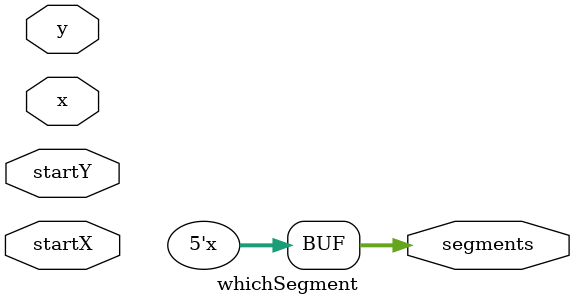
<source format=v>
`timescale 1ns / 1ps


module whichSegment(
        input [9:0] x,
        input [9:0] y,
        input [9:0] startX,
        input [9:0] startY,
        output reg [4:0] segments
    );
    
    localparam segmentSize = 6'b000100;
    
    reg [2:0] row = 3'b000;
    reg [1:0] column = 2'b00;
    
    always @(*) begin
    
    // --------------Decide column ---------------//
        if(x>=startX && x<(startX+segmentSize)) begin
            column <= 2'b00;
        end else if (x>=startX+segmentSize && x<startX+(segmentSize*2)) begin
            column <= 2'b01;
        end else if (x>=startX+(segmentSize*2) && x<startX+(segmentSize*3)) begin
            column <= 2'b10;
        end else if (x>=startX+(segmentSize*3) && x<startX+(segmentSize*4)) begin
            column <= 2'b11;
        end else begin
            column <= 2'b11;
        end
        
        
    // --------------Decide row ---------------//
    if(y>=startY && y<=startY+segmentSize) begin
        row <= 3'b000;
    end else if (y>=startY+segmentSize && y<startY+(segmentSize*2)) begin
        row <= 3'b001;
    end else if (y>=startY+(segmentSize*2) && y<startY+(segmentSize*3)) begin
        row <= 3'b010;
    end else if (y>=startY+(segmentSize*3) && y<startY+(segmentSize*4)) begin
        row <= 3'b011;
    end else if (y>=startY+(segmentSize*4) && y<startY+(segmentSize*5)) begin
        row <= 3'b100;
    end else begin
        row <= 3'b111;
    end
    
    segments <= {row,column};
    
    end
    
endmodule

</source>
